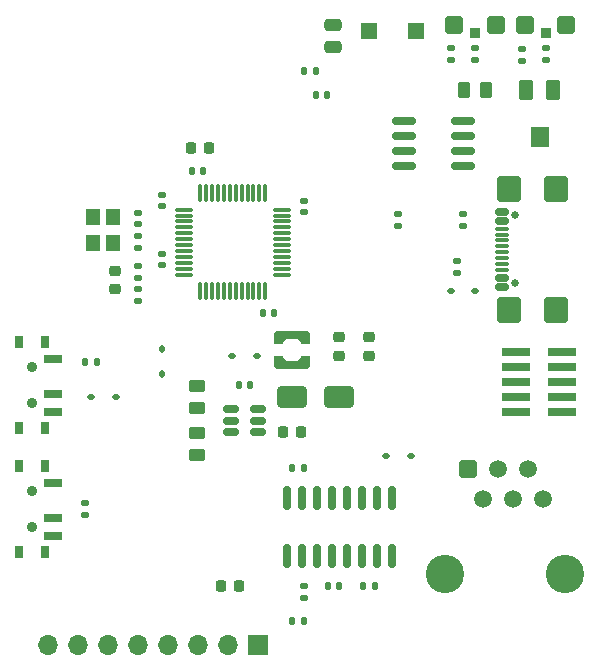
<source format=gbr>
%TF.GenerationSoftware,KiCad,Pcbnew,8.0.8*%
%TF.CreationDate,2025-04-04T12:34:18+02:00*%
%TF.ProjectId,reader_production,72656164-6572-45f7-9072-6f6475637469,rev?*%
%TF.SameCoordinates,Original*%
%TF.FileFunction,Soldermask,Top*%
%TF.FilePolarity,Negative*%
%FSLAX46Y46*%
G04 Gerber Fmt 4.6, Leading zero omitted, Abs format (unit mm)*
G04 Created by KiCad (PCBNEW 8.0.8) date 2025-04-04 12:34:18*
%MOMM*%
%LPD*%
G01*
G04 APERTURE LIST*
G04 Aperture macros list*
%AMRoundRect*
0 Rectangle with rounded corners*
0 $1 Rounding radius*
0 $2 $3 $4 $5 $6 $7 $8 $9 X,Y pos of 4 corners*
0 Add a 4 corners polygon primitive as box body*
4,1,4,$2,$3,$4,$5,$6,$7,$8,$9,$2,$3,0*
0 Add four circle primitives for the rounded corners*
1,1,$1+$1,$2,$3*
1,1,$1+$1,$4,$5*
1,1,$1+$1,$6,$7*
1,1,$1+$1,$8,$9*
0 Add four rect primitives between the rounded corners*
20,1,$1+$1,$2,$3,$4,$5,0*
20,1,$1+$1,$4,$5,$6,$7,0*
20,1,$1+$1,$6,$7,$8,$9,0*
20,1,$1+$1,$8,$9,$2,$3,0*%
%AMFreePoly0*
4,1,11,0.760000,0.825000,0.380000,0.510000,0.380000,-0.510000,0.760000,-0.825000,0.760000,-1.525000,-0.125000,-1.525000,-0.380000,-1.270000,-0.380000,1.270000,-0.125000,1.525000,0.760000,1.525000,0.760000,0.825000,0.760000,0.825000,$1*%
G04 Aperture macros list end*
%ADD10RoundRect,0.140000X-0.140000X-0.170000X0.140000X-0.170000X0.140000X0.170000X-0.140000X0.170000X0*%
%ADD11RoundRect,0.250000X-0.500000X-0.500000X0.500000X-0.500000X0.500000X0.500000X-0.500000X0.500000X0*%
%ADD12RoundRect,0.225000X-0.225000X-0.225000X0.225000X-0.225000X0.225000X0.225000X-0.225000X0.225000X0*%
%ADD13RoundRect,0.225000X-0.225000X-0.250000X0.225000X-0.250000X0.225000X0.250000X-0.225000X0.250000X0*%
%ADD14RoundRect,0.135000X0.185000X-0.135000X0.185000X0.135000X-0.185000X0.135000X-0.185000X-0.135000X0*%
%ADD15RoundRect,0.250000X-0.450000X0.262500X-0.450000X-0.262500X0.450000X-0.262500X0.450000X0.262500X0*%
%ADD16RoundRect,0.140000X0.170000X-0.140000X0.170000X0.140000X-0.170000X0.140000X-0.170000X-0.140000X0*%
%ADD17RoundRect,0.112500X-0.187500X-0.112500X0.187500X-0.112500X0.187500X0.112500X-0.187500X0.112500X0*%
%ADD18C,0.650000*%
%ADD19RoundRect,0.150000X0.425000X-0.150000X0.425000X0.150000X-0.425000X0.150000X-0.425000X-0.150000X0*%
%ADD20RoundRect,0.075000X0.500000X-0.075000X0.500000X0.075000X-0.500000X0.075000X-0.500000X-0.075000X0*%
%ADD21RoundRect,0.250000X0.750000X-0.840000X0.750000X0.840000X-0.750000X0.840000X-0.750000X-0.840000X0*%
%ADD22RoundRect,0.250000X0.475000X-0.250000X0.475000X0.250000X-0.475000X0.250000X-0.475000X-0.250000X0*%
%ADD23RoundRect,0.250000X-0.350000X-0.625000X0.350000X-0.625000X0.350000X0.625000X-0.350000X0.625000X0*%
%ADD24RoundRect,0.250000X-0.550000X-0.625000X0.550000X-0.625000X0.550000X0.625000X-0.550000X0.625000X0*%
%ADD25RoundRect,0.253000X-0.347000X-0.622000X0.347000X-0.622000X0.347000X0.622000X-0.347000X0.622000X0*%
%ADD26RoundRect,0.250000X0.450000X-0.262500X0.450000X0.262500X-0.450000X0.262500X-0.450000X-0.262500X0*%
%ADD27RoundRect,0.150000X0.825000X0.150000X-0.825000X0.150000X-0.825000X-0.150000X0.825000X-0.150000X0*%
%ADD28RoundRect,0.225000X0.225000X0.250000X-0.225000X0.250000X-0.225000X-0.250000X0.225000X-0.250000X0*%
%ADD29R,0.800000X1.000000*%
%ADD30C,0.900000*%
%ADD31R,1.500000X0.700000*%
%ADD32FreePoly0,90.000000*%
%ADD33FreePoly0,270.000000*%
%ADD34RoundRect,0.135000X-0.185000X0.135000X-0.185000X-0.135000X0.185000X-0.135000X0.185000X0.135000X0*%
%ADD35R,2.400000X0.740000*%
%ADD36RoundRect,0.140000X-0.170000X0.140000X-0.170000X-0.140000X0.170000X-0.140000X0.170000X0.140000X0*%
%ADD37RoundRect,0.135000X0.135000X0.185000X-0.135000X0.185000X-0.135000X-0.185000X0.135000X-0.185000X0*%
%ADD38R,1.350000X1.350000*%
%ADD39RoundRect,0.250000X-0.262500X-0.450000X0.262500X-0.450000X0.262500X0.450000X-0.262500X0.450000X0*%
%ADD40RoundRect,0.225000X-0.250000X0.225000X-0.250000X-0.225000X0.250000X-0.225000X0.250000X0.225000X0*%
%ADD41RoundRect,0.140000X0.140000X0.170000X-0.140000X0.170000X-0.140000X-0.170000X0.140000X-0.170000X0*%
%ADD42R,1.200000X1.400000*%
%ADD43RoundRect,0.250000X-1.000000X-0.650000X1.000000X-0.650000X1.000000X0.650000X-1.000000X0.650000X0*%
%ADD44R,1.700000X1.700000*%
%ADD45O,1.700000X1.700000*%
%ADD46RoundRect,0.112500X0.112500X-0.187500X0.112500X0.187500X-0.112500X0.187500X-0.112500X-0.187500X0*%
%ADD47RoundRect,0.218750X-0.256250X0.218750X-0.256250X-0.218750X0.256250X-0.218750X0.256250X0.218750X0*%
%ADD48RoundRect,0.150000X0.150000X-0.825000X0.150000X0.825000X-0.150000X0.825000X-0.150000X-0.825000X0*%
%ADD49RoundRect,0.150000X-0.512500X-0.150000X0.512500X-0.150000X0.512500X0.150000X-0.512500X0.150000X0*%
%ADD50RoundRect,0.075000X-0.662500X-0.075000X0.662500X-0.075000X0.662500X0.075000X-0.662500X0.075000X0*%
%ADD51RoundRect,0.075000X-0.075000X-0.662500X0.075000X-0.662500X0.075000X0.662500X-0.075000X0.662500X0*%
%ADD52C,3.250000*%
%ADD53RoundRect,0.250000X-0.510000X-0.510000X0.510000X-0.510000X0.510000X0.510000X-0.510000X0.510000X0*%
%ADD54C,1.520000*%
G04 APERTURE END LIST*
D10*
%TO.C,C19*%
X157040000Y-67000000D03*
X158000000Y-67000000D03*
%TD*%
D11*
%TO.C,D8*%
X176750000Y-29500000D03*
X180250000Y-29500000D03*
D12*
X178500000Y-30150000D03*
%TD*%
D13*
%TO.C,C12*%
X156225000Y-64000000D03*
X157775000Y-64000000D03*
%TD*%
D14*
%TO.C,R7*%
X178500000Y-32510000D03*
X178500000Y-31490000D03*
%TD*%
D15*
%TO.C,R8*%
X149000000Y-60087500D03*
X149000000Y-61912500D03*
%TD*%
D16*
%TO.C,C7*%
X146000000Y-44850000D03*
X146000000Y-43890000D03*
%TD*%
D17*
%TO.C,D5*%
X164950000Y-66000000D03*
X167050000Y-66000000D03*
%TD*%
D18*
%TO.C,J4*%
X175895000Y-51390000D03*
X175895000Y-45610000D03*
D19*
X174820000Y-51700000D03*
X174820000Y-50900000D03*
D20*
X174820000Y-49750000D03*
X174820000Y-48750000D03*
X174820000Y-48250000D03*
X174820000Y-47250000D03*
D19*
X174820000Y-46100000D03*
X174820000Y-45300000D03*
X174820000Y-45300000D03*
X174820000Y-46100000D03*
D20*
X174820000Y-46750000D03*
X174820000Y-47750000D03*
X174820000Y-49250000D03*
X174820000Y-50250000D03*
D19*
X174820000Y-50900000D03*
X174820000Y-51700000D03*
D21*
X175395000Y-53610000D03*
X179325000Y-53610000D03*
X175395000Y-43390000D03*
X179325000Y-43390000D03*
%TD*%
D22*
%TO.C,C9*%
X160500000Y-31380000D03*
X160500000Y-29480000D03*
%TD*%
D23*
%TO.C,R2*%
X176850000Y-34975000D03*
D24*
X178000000Y-39025000D03*
D25*
X179150000Y-34975000D03*
%TD*%
D17*
%TO.C,D4*%
X170450000Y-52000000D03*
X172550000Y-52000000D03*
%TD*%
D26*
%TO.C,R9*%
X149000000Y-65912500D03*
X149000000Y-64087500D03*
%TD*%
D27*
%TO.C,U1*%
X171475000Y-41405000D03*
X171475000Y-40135000D03*
X171475000Y-38865000D03*
X171475000Y-37595000D03*
X166525000Y-37595000D03*
X166525000Y-38865000D03*
X166525000Y-40135000D03*
X166525000Y-41405000D03*
%TD*%
D28*
%TO.C,C23*%
X152550000Y-77000000D03*
X151000000Y-77000000D03*
%TD*%
D29*
%TO.C,Boot*%
X136110000Y-56350000D03*
X133900000Y-56350000D03*
D30*
X135000000Y-58500000D03*
X135000000Y-61500000D03*
D29*
X136110000Y-63650000D03*
X133900000Y-63650000D03*
D31*
X136760000Y-57750000D03*
X136760000Y-60750000D03*
X136760000Y-62250000D03*
%TD*%
D10*
%TO.C,C20*%
X160040000Y-77000000D03*
X161000000Y-77000000D03*
%TD*%
D32*
%TO.C,L1*%
X157000000Y-58270000D03*
D33*
X157000000Y-55730000D03*
%TD*%
D34*
%TO.C,R11*%
X166000000Y-45490000D03*
X166000000Y-46510000D03*
%TD*%
D14*
%TO.C,R12*%
X171000000Y-50510000D03*
X171000000Y-49490000D03*
%TD*%
D35*
%TO.C,SWD*%
X179900000Y-62270000D03*
X176000000Y-62270000D03*
X179900000Y-61000000D03*
X176000000Y-61000000D03*
X179900000Y-59730000D03*
X176000000Y-59730000D03*
X179900000Y-58460000D03*
X176000000Y-58460000D03*
X179900000Y-57190000D03*
X176000000Y-57190000D03*
%TD*%
D36*
%TO.C,C13*%
X144000000Y-51890000D03*
X144000000Y-52850000D03*
%TD*%
D37*
%TO.C,R10*%
X140510000Y-58000000D03*
X139490000Y-58000000D03*
%TD*%
D38*
%TO.C,J2*%
X167500000Y-30000000D03*
%TD*%
D16*
%TO.C,C10*%
X146000000Y-49850000D03*
X146000000Y-48890000D03*
%TD*%
D14*
%TO.C,R5*%
X172500000Y-32500000D03*
X172500000Y-31480000D03*
%TD*%
D36*
%TO.C,C16*%
X139500000Y-70020000D03*
X139500000Y-70980000D03*
%TD*%
D39*
%TO.C,R1*%
X171587500Y-35000000D03*
X173412500Y-35000000D03*
%TD*%
D16*
%TO.C,C4*%
X144000000Y-48370000D03*
X144000000Y-47410000D03*
%TD*%
D13*
%TO.C,C2*%
X148450000Y-39890000D03*
X150000000Y-39890000D03*
%TD*%
D40*
%TO.C,C15*%
X163510000Y-55950000D03*
X163510000Y-57500000D03*
%TD*%
D17*
%TO.C,D6*%
X140000000Y-61000000D03*
X142100000Y-61000000D03*
%TD*%
D10*
%TO.C,C6*%
X148520000Y-41890000D03*
X149480000Y-41890000D03*
%TD*%
D16*
%TO.C,C1*%
X144000000Y-46370000D03*
X144000000Y-45410000D03*
%TD*%
D14*
%TO.C,R6*%
X176500000Y-32520000D03*
X176500000Y-31500000D03*
%TD*%
D38*
%TO.C,J1*%
X163500000Y-30000000D03*
%TD*%
D41*
%TO.C,C3*%
X155480000Y-53890000D03*
X154520000Y-53890000D03*
%TD*%
D42*
%TO.C,Y1*%
X140150000Y-45790000D03*
X140150000Y-47990000D03*
X141850000Y-47990000D03*
X141850000Y-45790000D03*
%TD*%
D10*
%TO.C,C18*%
X157040000Y-80000000D03*
X158000000Y-80000000D03*
%TD*%
D34*
%TO.C,R13*%
X171500000Y-45480000D03*
X171500000Y-46500000D03*
%TD*%
D36*
%TO.C,C5*%
X158000000Y-44410000D03*
X158000000Y-45370000D03*
%TD*%
D17*
%TO.C,D3*%
X151950000Y-57500000D03*
X154050000Y-57500000D03*
%TD*%
D36*
%TO.C,C11*%
X144000000Y-49930000D03*
X144000000Y-50890000D03*
%TD*%
D43*
%TO.C,D2*%
X157000000Y-61000000D03*
X161000000Y-61000000D03*
%TD*%
D29*
%TO.C,Reset*%
X136110000Y-66850000D03*
X133900000Y-66850000D03*
D30*
X135000000Y-69000000D03*
X135000000Y-72000000D03*
D29*
X136110000Y-74150000D03*
X133900000Y-74150000D03*
D31*
X136760000Y-68250000D03*
X136760000Y-71250000D03*
X136760000Y-72750000D03*
%TD*%
D40*
%TO.C,C17*%
X161000000Y-55950000D03*
X161000000Y-57500000D03*
%TD*%
D10*
%TO.C,C14*%
X152520000Y-60000000D03*
X153480000Y-60000000D03*
%TD*%
D44*
%TO.C,RC522*%
X154160000Y-82000000D03*
D45*
X151620000Y-82000000D03*
X149080000Y-82000000D03*
X146540000Y-82000000D03*
X144000000Y-82000000D03*
X141460000Y-82000000D03*
X138920000Y-82000000D03*
X136380000Y-82000000D03*
%TD*%
D46*
%TO.C,D1*%
X146000000Y-59050000D03*
X146000000Y-56950000D03*
%TD*%
D10*
%TO.C,C22*%
X163040000Y-77000000D03*
X164000000Y-77000000D03*
%TD*%
D47*
%TO.C,FB1*%
X142000000Y-50315000D03*
X142000000Y-51890000D03*
%TD*%
D37*
%TO.C,R3*%
X159010000Y-33430000D03*
X157990000Y-33430000D03*
%TD*%
D48*
%TO.C,U4*%
X156555000Y-74475000D03*
X157825000Y-74475000D03*
X159095000Y-74475000D03*
X160365000Y-74475000D03*
X161635000Y-74475000D03*
X162905000Y-74475000D03*
X164175000Y-74475000D03*
X165445000Y-74475000D03*
X165445000Y-69525000D03*
X164175000Y-69525000D03*
X162905000Y-69525000D03*
X161635000Y-69525000D03*
X160365000Y-69525000D03*
X159095000Y-69525000D03*
X157825000Y-69525000D03*
X156555000Y-69525000D03*
%TD*%
D49*
%TO.C,U3*%
X151862500Y-62050000D03*
X151862500Y-63000000D03*
X151862500Y-63950000D03*
X154137500Y-63950000D03*
X154137500Y-63000000D03*
X154137500Y-62050000D03*
%TD*%
D50*
%TO.C,U2*%
X147837500Y-45140000D03*
X147837500Y-45640000D03*
X147837500Y-46140000D03*
X147837500Y-46640000D03*
X147837500Y-47140000D03*
X147837500Y-47640000D03*
X147837500Y-48140000D03*
X147837500Y-48640000D03*
X147837500Y-49140000D03*
X147837500Y-49640000D03*
X147837500Y-50140000D03*
X147837500Y-50640000D03*
D51*
X149250000Y-52052500D03*
X149750000Y-52052500D03*
X150250000Y-52052500D03*
X150750000Y-52052500D03*
X151250000Y-52052500D03*
X151750000Y-52052500D03*
X152250000Y-52052500D03*
X152750000Y-52052500D03*
X153250000Y-52052500D03*
X153750000Y-52052500D03*
X154250000Y-52052500D03*
X154750000Y-52052500D03*
D50*
X156162500Y-50640000D03*
X156162500Y-50140000D03*
X156162500Y-49640000D03*
X156162500Y-49140000D03*
X156162500Y-48640000D03*
X156162500Y-48140000D03*
X156162500Y-47640000D03*
X156162500Y-47140000D03*
X156162500Y-46640000D03*
X156162500Y-46140000D03*
X156162500Y-45640000D03*
X156162500Y-45140000D03*
D51*
X154750000Y-43727500D03*
X154250000Y-43727500D03*
X153750000Y-43727500D03*
X153250000Y-43727500D03*
X152750000Y-43727500D03*
X152250000Y-43727500D03*
X151750000Y-43727500D03*
X151250000Y-43727500D03*
X150750000Y-43727500D03*
X150250000Y-43727500D03*
X149750000Y-43727500D03*
X149250000Y-43727500D03*
%TD*%
D36*
%TO.C,C21*%
X158000000Y-77040000D03*
X158000000Y-78000000D03*
%TD*%
D14*
%TO.C,R4*%
X170500000Y-32510000D03*
X170500000Y-31490000D03*
%TD*%
D41*
%TO.C,C8*%
X159980000Y-35430000D03*
X159020000Y-35430000D03*
%TD*%
D11*
%TO.C,D7*%
X170750000Y-29500000D03*
X174250000Y-29500000D03*
D12*
X172500000Y-30150000D03*
%TD*%
D52*
%TO.C,RJ12*%
X170000000Y-76000000D03*
X180160000Y-76000000D03*
D53*
X171900000Y-67110000D03*
D54*
X173170000Y-69650000D03*
X174440000Y-67110000D03*
X175710000Y-69650000D03*
X176980000Y-67110000D03*
X178250000Y-69650000D03*
%TD*%
M02*

</source>
